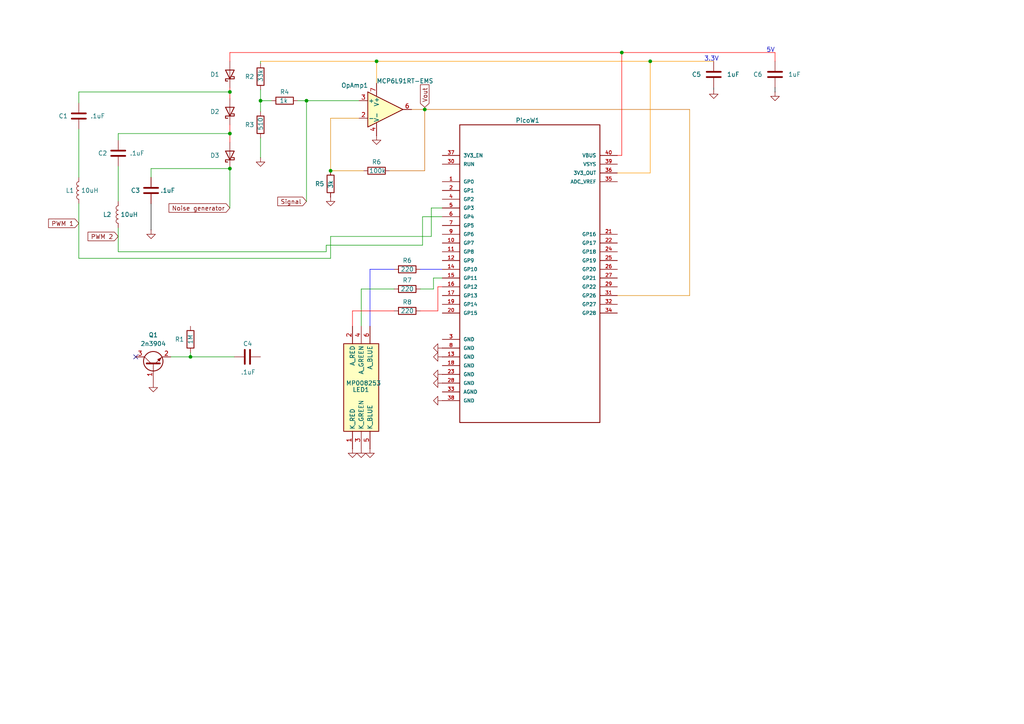
<source format=kicad_sch>
(kicad_sch (version 20231120) (generator "eeschema") (generator_version "8.0")
  (paper "A4")
  (lib_symbols
    (symbol "Amplifier_Operational:MCP6L91RT-EMS" (pin_names (offset 0.127))
      (property "Reference" "U" (at 0 6.35 0))
      (property "Value" "MCP6L91RT-EMS" (at 0 3.81 0))
      (symbol "MCP6L91RT-EMS_0_1"
        (polyline (pts (xy -5.08 5.08) (xy 5.08 0) (xy -5.08 -5.08) (xy -5.08 5.08)) (stroke (width 0.254)) (fill (type background)))
      )
      (symbol "MCP6L91RT-EMS_1_1"
        (pin no_connect line (at -2.54 2.54 270) (length 2.54) hide (name "NC") (number "1"))
        (pin input line (at -7.62 -2.54 0) (length 2.54) (name "-") (number "2"))
        (pin input line (at -7.62 2.54 0) (length 2.54) (name "+") (number "3"))
        (pin power_in line (at -2.54 -7.62 90) (length 3.81) (name "V-") (number "4"))
        (pin no_connect line (at 0 2.54 270) (length 2.54) hide (name "NC") (number "5"))
        (pin output line (at 7.62 0 180) (length 2.54) (name "~") (number "6"))
        (pin power_in line (at -2.54 7.62 270) (length 3.81) (name "V+") (number "7"))
        (pin no_connect line (at 0 -2.54 90) (length 2.54) hide (name "NC") (number "8"))
      )
    )
    (symbol "Device:C" (pin_numbers hide) (pin_names (offset 0.254))
      (property "Reference" "C" (at 0.635 2.54 0))
      (property "Value" "C" (at 0.635 -2.54 0))
      (symbol "C_0_1"
        (polyline (pts (xy -2.032 -0.762) (xy 2.032 -0.762)) (stroke (width 0.508)))
        (polyline (pts (xy -2.032 0.762) (xy 2.032 0.762)) (stroke (width 0.508)))
      )
      (symbol "C_1_1"
        (pin passive line (at 0 3.81 270) (length 2.794) (name "~") (number "1"))
        (pin passive line (at 0 -3.81 90) (length 2.794) (name "~") (number "2"))
      )
    )
    (symbol "Device:D_Schottky" (pin_numbers hide) (pin_names (offset 1.016) hide)
      (property "Reference" "D" (at 0 2.54 0))
      (property "Value" "D_Schottky" (at 0 -2.54 0))
      (symbol "D_Schottky_0_1"
        (polyline (pts (xy 1.27 0) (xy -1.27 0)))
        (polyline (pts (xy 1.27 1.27) (xy 1.27 -1.27) (xy -1.27 0) (xy 1.27 1.27)) (stroke (width 0.254)))
        (polyline (pts (xy -1.905 0.635) (xy -1.905 1.27) (xy -1.27 1.27) (xy -1.27 -1.27) (xy -0.635 -1.27) (xy -0.635 -0.635)) (stroke (width 0.254)))
      )
      (symbol "D_Schottky_1_1"
        (pin passive line (at -3.81 0 0) (length 2.54) (name "K") (number "1"))
        (pin passive line (at 3.81 0 180) (length 2.54) (name "A") (number "2"))
      )
    )
    (symbol "Device:L" (pin_numbers hide) (pin_names (offset 1.016) hide)
      (property "Reference" "L" (at -1.27 0 90))
      (property "Value" "L" (at 1.905 0 90))
      (symbol "L_0_1"
        (arc (start 0 -2.54) (mid 0.6323 -1.905) (end 0 -1.27))
        (arc (start 0 -1.27) (mid 0.6323 -0.635) (end 0 0))
        (arc (start 0 0) (mid 0.6323 0.635) (end 0 1.27))
        (arc (start 0 1.27) (mid 0.6323 1.905) (end 0 2.54))
      )
      (symbol "L_1_1"
        (pin passive line (at 0 3.81 270) (length 1.27) (name "1") (number "1"))
        (pin passive line (at 0 -3.81 90) (length 1.27) (name "2") (number "2"))
      )
    )
    (symbol "Device:R" (pin_numbers hide) (pin_names (offset 0))
      (property "Reference" "R" (at 2.032 0 90))
      (property "Value" "R" (at 0 0 90))
      (symbol "R_0_1"
        (rectangle (start -1.016 -2.54) (end 1.016 2.54) (stroke (width 0.254)))
      )
      (symbol "R_1_1"
        (pin passive line (at 0 3.81 270) (length 1.27) (name "~") (number "1"))
        (pin passive line (at 0 -3.81 90) (length 1.27) (name "~") (number "2"))
      )
    )
    (symbol "GND_1" (power) (pin_numbers hide) (pin_names (offset 0) hide)
      (property "Value" "GND" (at 0 -3.81 0))
      (symbol "GND_1_0_1"
        (polyline (pts (xy 0 0) (xy 0 -1.27) (xy 1.27 -1.27) (xy 0 -2.54) (xy -1.27 -1.27) (xy 0 -1.27)))
      )
      (symbol "GND_1_1_1"
        (pin power_in line (at 0 0 270) (length 0) (name "~") (number "1"))
      )
    )
    (symbol "MP008253:MP008253"
      (property "Reference" "LED" (at 31.75 7.62 0))
      (property "Value" "MP008253" (at 31.75 5.08 0))
      (symbol "MP008253_1_1"
        (rectangle (start 5.08 2.54) (end 30.48 -7.62) (stroke (width 0.254)) (fill (type background)))
        (pin passive line (at 0 0 0) (length 5.08) (name "K_RED") (number "1"))
        (pin passive line (at 35.56 0 180) (length 5.08) (name "A_RED") (number "2"))
        (pin passive line (at 0 -2.54 0) (length 5.08) (name "K_GREEN") (number "3"))
        (pin passive line (at 35.56 -2.54 180) (length 5.08) (name "A_GREEN") (number "4"))
        (pin passive line (at 0 -5.08 0) (length 5.08) (name "K_BLUE") (number "5"))
        (pin passive line (at 35.56 -5.08 180) (length 5.08) (name "A_BLUE") (number "6"))
      )
    )
    (symbol "Pico W:SC0918" (pin_names (offset 1.016))
      (property "Reference" "A1" (at 0 58.42 0))
      (property "Value" "SC0918" (at 0 55.88 0))
      (property "Footprint" "Raspberry Pi:MODULE_SC0918" (at -12.7 -46.99 0))
      (property "manufacturer" "Raspberry Pi" (at 0 53.34 0))
      (symbol "SC0918_0_0"
        (rectangle (start -20.32 -43.18) (end 20.32 43.18) (stroke (width 0.254)))
        (pin bidirectional line (at -25.4 26.67 0) (length 5.08) (name "GP0") (number "1"))
        (pin bidirectional line (at -25.4 8.89 0) (length 5.08) (name "GP7") (number "10"))
        (pin bidirectional line (at -25.4 6.35 0) (length 5.08) (name "GP8") (number "11"))
        (pin bidirectional line (at -25.4 3.81 0) (length 5.08) (name "GP9") (number "12"))
        (pin power_in line (at -25.4 -24.13 0) (length 5.08) (name "GND") (number "13"))
        (pin bidirectional line (at -25.4 1.27 0) (length 5.08) (name "GP10") (number "14"))
        (pin bidirectional line (at -25.4 -1.27 0) (length 5.08) (name "GP11") (number "15"))
        (pin bidirectional line (at -25.4 -3.81 0) (length 5.08) (name "GP12") (number "16"))
        (pin bidirectional line (at -25.4 -6.35 0) (length 5.08) (name "GP13") (number "17"))
        (pin power_in line (at -25.4 -26.67 0) (length 5.08) (name "GND") (number "18"))
        (pin bidirectional line (at -25.4 -8.89 0) (length 5.08) (name "GP14") (number "19"))
        (pin bidirectional line (at -25.4 24.13 0) (length 5.08) (name "GP1") (number "2"))
        (pin bidirectional line (at -25.4 -11.43 0) (length 5.08) (name "GP15") (number "20"))
        (pin bidirectional line (at 25.4 11.43 180) (length 5.08) (name "GP16") (number "21"))
        (pin bidirectional line (at 25.4 8.89 180) (length 5.08) (name "GP17") (number "22"))
        (pin power_in line (at -25.4 -29.21 0) (length 5.08) (name "GND") (number "23"))
        (pin bidirectional line (at 25.4 6.35 180) (length 5.08) (name "GP18") (number "24"))
        (pin bidirectional line (at 25.4 3.81 180) (length 5.08) (name "GP19") (number "25"))
        (pin bidirectional line (at 25.4 1.27 180) (length 5.08) (name "GP20") (number "26"))
        (pin bidirectional line (at 25.4 -1.27 180) (length 5.08) (name "GP21") (number "27"))
        (pin power_in line (at -25.4 -31.75 0) (length 5.08) (name "GND") (number "28"))
        (pin bidirectional line (at 25.4 -3.81 180) (length 5.08) (name "GP22") (number "29"))
        (pin power_in line (at -25.4 -19.05 0) (length 5.08) (name "GND") (number "3"))
        (pin input line (at -25.4 31.75 0) (length 5.08) (name "RUN") (number "30"))
        (pin bidirectional line (at 25.4 -6.35 180) (length 5.08) (name "GP26") (number "31"))
        (pin bidirectional line (at 25.4 -8.89 180) (length 5.08) (name "GP27") (number "32"))
        (pin power_in line (at -25.4 -34.29 0) (length 5.08) (name "AGND") (number "33"))
        (pin bidirectional line (at 25.4 -11.43 180) (length 5.08) (name "GP28") (number "34"))
        (pin power_in line (at 25.4 26.67 180) (length 5.08) (name "ADC_VREF") (number "35"))
        (pin power_in line (at 25.4 29.21 180) (length 5.08) (name "3V3_OUT") (number "36"))
        (pin input line (at -25.4 34.29 0) (length 5.08) (name "3V3_EN") (number "37"))
        (pin power_in line (at -25.4 -36.83 0) (length 5.08) (name "GND") (number "38"))
        (pin free line (at 25.4 31.75 180) (length 5.08) (name "VSYS") (number "39"))
        (pin bidirectional line (at -25.4 21.59 0) (length 5.08) (name "GP2") (number "4"))
        (pin free line (at 25.4 34.29 180) (length 5.08) (name "VBUS") (number "40"))
        (pin bidirectional line (at -25.4 19.05 0) (length 5.08) (name "GP3") (number "5"))
        (pin bidirectional line (at -25.4 16.51 0) (length 5.08) (name "GP4") (number "6"))
        (pin bidirectional line (at -25.4 13.97 0) (length 5.08) (name "GP5") (number "7"))
        (pin power_in line (at -25.4 -21.59 0) (length 5.08) (name "GND") (number "8"))
        (pin bidirectional line (at -25.4 11.43 0) (length 5.08) (name "GP6") (number "9"))
      )
    )
    (symbol "Transistor_BJT:MMBTA44" (pin_names (offset 0) hide)
      (property "Reference" "Q" (at 5.08 1.905 0))
      (property "Value" "MMBTA44" (at 5.08 0 0))
      (symbol "MMBTA44_0_1"
        (polyline (pts (xy 0 0) (xy 0.635 0)))
        (polyline (pts (xy 0.635 0.635) (xy 2.54 2.54)))
        (polyline (pts (xy 0.635 -0.635) (xy 2.54 -2.54) (xy 2.54 -2.54)))
        (polyline (pts (xy 0.635 1.905) (xy 0.635 -1.905) (xy 0.635 -1.905)) (stroke (width 0.508)))
        (polyline (pts (xy 1.27 -1.778) (xy 1.778 -1.27) (xy 2.286 -2.286) (xy 1.27 -1.778) (xy 1.27 -1.778)) (fill (type outline)))
        (circle (center 1.27 0) (radius 2.8194) (stroke (width 0.254)))
      )
      (symbol "MMBTA44_1_1"
        (pin input line (at -5.08 0 0) (length 5.08) (name "B") (number "1"))
        (pin passive line (at 2.54 -5.08 90) (length 2.54) (name "E") (number "2"))
        (pin passive line (at 2.54 5.08 270) (length 2.54) (name "C") (number "3"))
      )
    )
    (symbol "power:GND" (power) (pin_numbers hide) (pin_names (offset 0) hide)
      (property "Value" "GND" (at 0 -3.81 0))
      (symbol "GND_0_1"
        (polyline (pts (xy 0 0) (xy 0 -1.27) (xy 1.27 -1.27) (xy 0 -2.54) (xy -1.27 -1.27) (xy 0 -1.27)))
      )
      (symbol "GND_1_1"
        (pin power_in line (at 0 0 270) (length 0) (name "~") (number "1"))
      )
    )
  )
  (junction (at 55.245 103.505))
  (junction (at 66.675 26.67))
  (junction (at 95.885 49.53))
  (junction (at 66.675 38.735))
  (junction (at 88.9 29.21))
  (junction (at 188.595 17.78))
  (junction (at 180.34 15.24))
  (junction (at 123.19 31.75))
  (junction (at 66.675 48.895))
  (junction (at 109.22 17.78))
  (junction (at 75.565 29.21))
  (no_connect (at 39.37 103.505))
  (wire (pts (xy 66.675 48.895) (xy 66.675 60.325)))
  (wire (pts (xy 43.815 66.675) (xy 43.815 59.055)) (stroke (width 0) (color 0 0 0 1)))
  (wire (pts (xy 179.07 85.725) (xy 200.025 85.725)) (stroke (width 0) (color 221 133 0 1)))
  (wire (pts (xy 66.675 15.24) (xy 66.675 17.78)) (stroke (width 0) (color 255 0 0 1)))
  (wire (pts (xy 34.29 66.04) (xy 34.29 73.025)))
  (wire (pts (xy 180.34 15.24) (xy 180.34 45.085)) (stroke (width 0) (color 255 0 0 1)))
  (wire (pts (xy 125.095 68.58) (xy 125.095 60.325)))
  (wire (pts (xy 123.19 31.75) (xy 123.19 49.53)) (stroke (width 0) (color 204 102 0 1)))
  (wire (pts (xy 127 90.17) (xy 127 83.185)) (stroke (width 0) (color 255 0 0 1)))
  (wire (pts (xy 75.565 17.78) (xy 109.22 17.78)) (stroke (width 0) (color 255 153 0 1)))
  (wire (pts (xy 122.555 71.12) (xy 122.555 62.865)))
  (wire (pts (xy 34.29 38.735) (xy 66.675 38.735)))
  (wire (pts (xy 43.815 48.895) (xy 66.675 48.895)))
  (wire (pts (xy 104.775 83.82) (xy 114.3 83.82)))
  (wire (pts (xy 66.675 38.735) (xy 66.675 41.275)) (stroke (width 0) (color 255 0 0 1)))
  (wire (pts (xy 224.79 17.78) (xy 224.79 15.24)) (stroke (width 0) (color 255 0 0 1)))
  (wire (pts (xy 122.555 62.865) (xy 128.27 62.865)))
  (wire (pts (xy 75.565 40.005) (xy 75.565 45.72)))
  (wire (pts (xy 179.07 50.165) (xy 188.595 50.165)) (stroke (width 0) (color 255 153 0 1)))
  (wire (pts (xy 75.565 29.21) (xy 78.74 29.21)))
  (wire (pts (xy 66.675 36.195) (xy 66.675 38.735)) (stroke (width 0) (color 255 0 0 1)))
  (wire (pts (xy 22.86 37.465) (xy 22.86 51.435)))
  (wire (pts (xy 109.22 17.78) (xy 109.22 24.13)) (stroke (width 0) (color 255 153 0 1)))
  (wire (pts (xy 180.34 15.24) (xy 224.79 15.24)) (stroke (width 0) (color 255 0 0 1)))
  (wire (pts (xy 34.29 48.26) (xy 34.29 58.42)))
  (wire (pts (xy 95.885 74.93) (xy 22.86 74.93)))
  (wire (pts (xy 43.815 48.895) (xy 43.815 51.435)))
  (wire (pts (xy 86.36 29.21) (xy 88.9 29.21)))
  (wire (pts (xy 121.92 78.105) (xy 128.27 78.105)) (stroke (width 0) (color 0 0 255 1)))
  (wire (pts (xy 207.01 25.4) (xy 207.01 26.035)) (stroke (width 0) (color 0 0 0 1)))
  (wire (pts (xy 88.9 29.21) (xy 104.14 29.21)))
  (wire (pts (xy 224.79 25.4) (xy 224.79 26.67)) (stroke (width 0) (color 0 0 0 1)))
  (wire (pts (xy 22.86 26.67) (xy 66.675 26.67)))
  (wire (pts (xy 22.86 74.93) (xy 22.86 59.055)))
  (wire (pts (xy 75.565 26.035) (xy 75.565 29.21)))
  (wire (pts (xy 200.025 85.725) (xy 200.025 31.75)) (stroke (width 0) (color 221 133 0 1)))
  (wire (pts (xy 109.22 17.78) (xy 188.595 17.78)) (stroke (width 0) (color 255 153 0 1)))
  (wire (pts (xy 66.675 15.24) (xy 180.34 15.24)) (stroke (width 0) (color 255 0 0 1)))
  (wire (pts (xy 95.885 68.58) (xy 125.095 68.58)))
  (wire (pts (xy 55.245 102.235) (xy 55.245 103.505)))
  (wire (pts (xy 66.675 26.67) (xy 66.675 25.4)) (stroke (width 0) (color 255 0 0 1)))
  (wire (pts (xy 207.01 17.78) (xy 188.595 17.78)) (stroke (width 0) (color 255 153 0 1)))
  (wire (pts (xy 66.675 28.575) (xy 66.675 26.67)) (stroke (width 0) (color 255 0 0 1)))
  (wire (pts (xy 125.73 83.82) (xy 125.73 80.645)))
  (wire (pts (xy 188.595 50.165) (xy 188.595 17.78)) (stroke (width 0) (color 255 153 0 1)))
  (wire (pts (xy 102.235 90.17) (xy 102.235 94.615)) (stroke (width 0) (color 255 0 0 1)))
  (wire (pts (xy 102.235 90.17) (xy 114.3 90.17)) (stroke (width 0) (color 255 0 0 1)))
  (wire (pts (xy 88.9 29.21) (xy 88.9 58.42)))
  (wire (pts (xy 123.19 31.115) (xy 123.19 31.75)) (stroke (width 0) (color 204 102 0 1)))
  (wire (pts (xy 123.19 31.75) (xy 200.025 31.75)) (stroke (width 0) (color 204 102 0 1)))
  (wire (pts (xy 125.095 60.325) (xy 128.27 60.325)))
  (wire (pts (xy 127 83.185) (xy 128.27 83.185)) (stroke (width 0) (color 255 0 0 1)))
  (wire (pts (xy 94.615 71.12) (xy 94.615 73.025)))
  (wire (pts (xy 95.885 49.53) (xy 105.41 49.53)) (stroke (width 0) (color 221 133 0 1)))
  (wire (pts (xy 121.92 90.17) (xy 127 90.17)) (stroke (width 0) (color 255 0 0 1)))
  (wire (pts (xy 55.245 103.505) (xy 67.945 103.505)))
  (wire (pts (xy 75.565 18.415) (xy 75.565 17.78)))
  (wire (pts (xy 94.615 71.12) (xy 122.555 71.12)))
  (wire (pts (xy 104.14 34.29) (xy 95.885 34.29)) (stroke (width 0) (color 221 133 0 1)))
  (wire (pts (xy 95.885 68.58) (xy 95.885 74.93)))
  (wire (pts (xy 121.92 83.82) (xy 125.73 83.82)))
  (wire (pts (xy 75.565 32.385) (xy 75.565 29.21)))
  (wire (pts (xy 34.29 38.735) (xy 34.29 40.64)))
  (wire (pts (xy 123.19 49.53) (xy 113.03 49.53)) (stroke (width 0) (color 204 102 0 1)))
  (wire (pts (xy 107.315 78.105) (xy 107.315 94.615)) (stroke (width 0) (color 0 0 255 1)))
  (wire (pts (xy 22.86 29.845) (xy 22.86 26.67)))
  (wire (pts (xy 179.07 45.085) (xy 180.34 45.085)) (stroke (width 0) (color 255 0 0 1)))
  (wire (pts (xy 107.315 78.105) (xy 114.3 78.105)) (stroke (width 0) (color 0 0 255 1)))
  (wire (pts (xy 125.73 80.645) (xy 128.27 80.645)))
  (wire (pts (xy 49.53 103.505) (xy 55.245 103.505)))
  (wire (pts (xy 104.775 83.82) (xy 104.775 94.615)))
  (wire (pts (xy 119.38 31.75) (xy 123.19 31.75)) (stroke (width 0) (color 204 102 0 1)))
  (wire (pts (xy 95.885 34.29) (xy 95.885 49.53)) (stroke (width 0) (color 221 133 0 1)))
  (wire (pts (xy 34.29 73.025) (xy 94.615 73.025)))
  (text "3.3V\n" (at 206.375 17.145 0) (effects (font (size 1.27 1.27))))
  (text "5V\n" (at 223.52 14.605 0) (effects (font (size 1.27 1.27))))
  (global_label "PWM 2" (shape input) (at 34.29 68.58 180) (property "Intersheetrefs" "${INTERSHEET_REFS}" (effects (hide yes))))
  (global_label "Signal" (shape input) (at 88.9 58.42 180) (property "Intersheetrefs" "${INTERSHEET_REFS}" (effects (hide yes))))
  (global_label "Vout" (shape input) (at 123.19 31.115 90) (property "Intersheetrefs" "${INTERSHEET_REFS}" (effects (hide yes))))
  (global_label "PWM 1" (shape input) (at 22.86 64.77 180) (property "Intersheetrefs" "${INTERSHEET_REFS}" (effects (hide yes))))
  (global_label "Noise generator" (shape input) (at 66.675 60.325 180) (property "Intersheetrefs" "${INTERSHEET_REFS}" (effects (hide yes))))
  (symbol (lib_id "Device:R") (at 118.11 90.17 270) (unit 1)
    (property "Reference" "R8" (at 118.11 87.63 90))
    (property "Value" "220" (at 118.11 90.17 90))
    (property "Footprint" "Resistor_SMD:R_1206_3216Metric" (effects (hide yes)))
    (property "Description" "Resistor" (effects (hide yes)))
  )
  (symbol (lib_id "Device:R") (at 82.55 29.21 270) (unit 1)
    (property "Reference" "R4" (at 82.55 26.67 90))
    (property "Value" "1k" (at 82.296 29.21 90))
    (property "Footprint" "Resistor_SMD:R_1206_3216Metric" (effects (hide yes)))
    (property "Description" "Resistor" (effects (hide yes)))
  )
  (symbol (lib_id "Device:L") (at 22.86 55.245 180) (unit 1)
    (property "Reference" "L1" (at 19.05 55.245 0) (effects (justify right)))
    (property "Value" "10uH" (at 23.495 55.245 0) (effects (justify right)))
    (property "Footprint" "Inductor_SMD:L_Coilcraft_LPS4414" (effects (hide yes)))
    (property "Description" "Inductor" (effects (hide yes)))
  )
  (symbol (lib_id "power:GND") (at 95.885 57.15 0) (unit 1)
    (property "Reference" "#PWR02" (effects (hide yes)))
    (property "Value" "GND_28" (effects (hide yes)))
    (property "Description" "Power symbol creates a global label with name \"GND\" , ground" (effects (hide yes)))
  )
  (symbol (lib_id "Device:C") (at 224.79 21.59 180) (unit 1)
    (property "Reference" "C6" (at 218.44 21.59 0) (effects (justify right)))
    (property "Value" "1uF" (at 228.6 21.59 0) (effects (justify right)))
    (property "Footprint" "Capacitor_SMD:C_1206_3216Metric_Pad1.33x1.80mm_HandSolder" (effects (hide yes)))
    (property "Description" "Unpolarized capacitor" (effects (hide yes)))
  )
  (symbol (lib_name "GND_1") (lib_id "power:GND") (at 128.27 103.505 270) (unit 1)
    (property "Reference" "#PWR012" (effects (hide yes)))
    (property "Value" "GND_13" (effects (hide yes)))
    (property "Description" "Power symbol creates a global label with name \"GND\" , ground" (effects (hide yes)))
  )
  (symbol (lib_name "GND_1") (lib_id "power:GND") (at 207.01 26.035 0) (unit 1)
    (property "Reference" "#PWR011" (effects (hide yes)))
    (property "Value" "GND_38" (effects (hide yes)))
    (property "Description" "Power symbol creates a global label with name \"GND\" , ground" (effects (hide yes)))
  )
  (symbol (lib_id "power:GND") (at 109.22 39.37 0) (unit 1)
    (property "Reference" "#PWR016" (effects (hide yes)))
    (property "Value" "GND_28" (effects (hide yes)))
    (property "Description" "Power symbol creates a global label with name \"GND\" , ground" (effects (hide yes)))
  )
  (symbol (lib_id "Device:R") (at 109.22 49.53 90) (unit 1)
    (property "Reference" "R6" (at 109.22 46.99 90))
    (property "Value" "100k" (at 109.474 49.53 90))
    (property "Footprint" "Resistor_SMD:R_1206_3216Metric" (effects (hide yes)))
    (property "Description" "Resistor" (effects (hide yes)))
  )
  (symbol (lib_id "power:GND") (at 128.27 111.125 270) (unit 1)
    (property "Reference" "#PWR015" (effects (hide yes)))
    (property "Value" "GND_28" (effects (hide yes)))
    (property "Description" "Power symbol creates a global label with name \"GND\" , ground" (effects (hide yes)))
  )
  (symbol (lib_name "GND_1") (lib_id "power:GND") (at 107.315 130.175 0) (unit 1)
    (property "Reference" "#PWR010" (effects (hide yes)))
    (property "Value" "GND_23" (effects (hide yes)))
    (property "Description" "Power symbol creates a global label with name \"GND\" , ground" (effects (hide yes)))
  )
  (symbol (lib_id "Device:L") (at 34.29 62.23 180) (unit 1)
    (property "Reference" "L2" (at 29.845 62.23 0) (effects (justify right)))
    (property "Value" "10uH" (at 34.925 62.23 0) (effects (justify right)))
    (property "Footprint" "Inductor_SMD:L_Coilcraft_LPS4414" (effects (hide yes)))
    (property "Description" "Inductor" (effects (hide yes)))
  )
  (symbol (lib_id "Device:R") (at 118.11 83.82 270) (unit 1)
    (property "Reference" "R7" (at 118.11 81.28 90))
    (property "Value" "220" (at 118.11 83.82 90))
    (property "Footprint" "Resistor_SMD:R_1206_3216Metric" (effects (hide yes)))
    (property "Description" "Resistor" (effects (hide yes)))
  )
  (symbol (lib_id "Transistor_BJT:MMBTA44") (at 44.45 106.045 90) (unit 1)
    (property "Reference" "Q1" (at 44.45 97.155 90))
    (property "Value" "2n3904" (at 44.45 99.695 90))
    (property "Footprint" "Package_TO_SOT_SMD:SOT-23" (effects (hide yes)))
    (property "Datasheet" "https://diotec.com/request/datasheet/mmbta42.pdf" (effects (hide yes)))
    (property "Description" "0.3A Ic, 400V Vce, NPN High Voltage Transistor, SOT-23" (effects (hide yes)))
  )
  (symbol (lib_id "Pico W:SC0918") (at 153.67 79.375 0) (unit 1)
    (property "Reference" "PicoW1" (at 153.035 34.925 0))
    (property "Value" "SC0918" (effects (hide yes)))
    (property "Footprint" "Pico W:MODULE_SC0918" (effects (hide yes)))
    (property "Datasheet" "https://datasheets.raspberrypi.com/picow/pico-w-datasheet.pdf" (effects (hide yes)))
    (property "manufacturer" "Raspberry Pi" (effects (hide yes)))
    (property "P/N" "SC0918" (effects (hide yes)))
    (property "PARTREV" "1.6" (effects (hide yes)))
    (property "MAXIMUM_PACKAGE_HEIGHT" "3.73mm" (effects (hide yes)))
  )
  (symbol (lib_id "Device:R") (at 118.11 78.105 270) (unit 1)
    (property "Reference" "R6" (at 118.11 75.565 90))
    (property "Value" "220" (at 118.11 78.105 90))
    (property "Footprint" "Resistor_SMD:R_1206_3216Metric" (effects (hide yes)))
    (property "Description" "Resistor" (effects (hide yes)))
  )
  (symbol (lib_id "Device:C") (at 34.29 44.45 0) (unit 1)
    (property "Reference" "C2" (at 31.115 44.45 0) (effects (justify right)))
    (property "Value" ".1uF" (at 41.91 44.45 0) (effects (justify right)))
    (property "Footprint" "Capacitor_SMD:C_1206_3216Metric_Pad1.33x1.80mm_HandSolder" (effects (hide yes)))
    (property "Description" "Unpolarized capacitor" (effects (hide yes)))
  )
  (symbol (lib_id "Device:R") (at 95.885 53.34 180) (unit 1)
    (property "Reference" "R5" (at 92.71 53.34 0))
    (property "Value" "3k" (at 95.885 53.467 90))
    (property "Footprint" "Resistor_SMD:R_1206_3216Metric" (effects (hide yes)))
    (property "Description" "Resistor" (effects (hide yes)))
  )
  (symbol (lib_id "Device:R") (at 75.565 36.195 0) (mirror x) (unit 1)
    (property "Reference" "R3" (at 72.39 36.195 0))
    (property "Value" "510" (at 75.565 35.941 90))
    (property "Footprint" "Resistor_SMD:R_1206_3216Metric" (effects (hide yes)))
    (property "Description" "Resistor" (effects (hide yes)))
  )
  (symbol (lib_id "Device:C") (at 207.01 21.59 180) (unit 1)
    (property "Reference" "C5" (at 200.66 21.59 0) (effects (justify right)))
    (property "Value" "1uF" (at 210.82 21.59 0) (effects (justify right)))
    (property "Footprint" "Capacitor_SMD:C_1206_3216Metric_Pad1.33x1.80mm_HandSolder" (effects (hide yes)))
    (property "Description" "Unpolarized capacitor" (effects (hide yes)))
  )
  (symbol (lib_name "GND_1") (lib_id "power:GND") (at 128.27 100.965 270) (unit 1)
    (property "Reference" "#PWR06" (effects (hide yes)))
    (property "Value" "GND_8" (effects (hide yes)))
    (property "Description" "Power symbol creates a global label with name \"GND\" , ground" (effects (hide yes)))
  )
  (symbol (lib_name "GND_1") (lib_id "power:GND") (at 102.235 130.175 0) (unit 1)
    (property "Reference" "#PWR07" (effects (hide yes)))
    (property "Value" "GND_23" (effects (hide yes)))
    (property "Description" "Power symbol creates a global label with name \"GND\" , ground" (effects (hide yes)))
  )
  (symbol (lib_name "GND_1") (lib_id "power:GND") (at 43.815 66.675 0) (unit 1)
    (property "Reference" "#PWR08" (effects (hide yes)))
    (property "Value" "GND_8" (effects (hide yes)))
    (property "Description" "Power symbol creates a global label with name \"GND\" , ground" (effects (hide yes)))
  )
  (symbol (lib_id "Device:C") (at 22.86 33.655 0) (unit 1)
    (property "Reference" "C1" (at 19.685 33.655 0) (effects (justify right)))
    (property "Value" ".1uF" (at 30.48 33.655 0) (effects (justify right)))
    (property "Footprint" "Capacitor_SMD:C_1206_3216Metric_Pad1.33x1.80mm_HandSolder" (effects (hide yes)))
    (property "Description" "Unpolarized capacitor" (effects (hide yes)))
  )
  (symbol (lib_id "Device:D_Schottky") (at 66.675 32.385 90) (unit 1)
    (property "Reference" "D2" (at 60.96 32.385 90) (effects (justify right)))
    (property "Value" "D_Schottky" (effects (hide yes)))
    (property "Footprint" "MBRS1100T3G:SMB_403A-03_ONS" (effects (hide yes)))
    (property "Description" "Schottky diode" (effects (hide yes)))
  )
  (symbol (lib_id "Device:D_Schottky") (at 66.675 45.085 90) (unit 1)
    (property "Reference" "D3" (at 60.96 45.085 90) (effects (justify right)))
    (property "Value" "D_Schottky" (effects (hide yes)))
    (property "Footprint" "MBRS1100T3G:SMB_403A-03_ONS" (effects (hide yes)))
    (property "Description" "Schottky diode" (effects (hide yes)))
  )
  (symbol (lib_id "power:GND") (at 75.565 45.72 0) (unit 1)
    (property "Reference" "#PWR04" (effects (hide yes)))
    (property "Value" "GND_28" (effects (hide yes)))
    (property "Description" "Power symbol creates a global label with name \"GND\" , ground" (effects (hide yes)))
  )
  (symbol (lib_name "GND_1") (lib_id "power:GND") (at 128.27 116.205 270) (unit 1)
    (property "Reference" "#PWR03" (effects (hide yes)))
    (property "Value" "GND_38" (effects (hide yes)))
    (property "Description" "Power symbol creates a global label with name \"GND\" , ground" (effects (hide yes)))
  )
  (symbol (lib_id "Amplifier_Operational:MCP6L91RT-EMS") (at 111.76 31.75 0) (unit 1)
    (property "Reference" "OpAmp1" (at 102.87 24.765 0))
    (property "Value" "MCP6L91RT-EMS" (at 117.475 23.495 0))
    (property "Footprint" "op_amp_MCP6291-E/MS:MSOP8_MC_MCH" (effects (hide yes)))
    (property "Datasheet" "http://ww1.microchip.com/downloads/en/DeviceDoc/22141b.pdf" (effects (hide yes)))
    (property "Description" "10 MHz, 850 µA Op Amps, MSOP-8" (effects (hide yes)))
  )
  (symbol (lib_id "Device:R") (at 55.245 98.425 0) (mirror x) (unit 1)
    (property "Reference" "R1" (at 52.07 98.425 0))
    (property "Value" "1M" (at 55.245 98.425 90))
    (property "Footprint" "Resistor_SMD:R_1206_3216Metric" (effects (hide yes)))
    (property "Description" "Resistor" (effects (hide yes)))
  )
  (symbol (lib_name "GND_1") (lib_id "power:GND") (at 104.775 130.175 0) (unit 1)
    (property "Reference" "#PWR09" (effects (hide yes)))
    (property "Value" "GND_23" (effects (hide yes)))
    (property "Description" "Power symbol creates a global label with name \"GND\" , ground" (effects (hide yes)))
  )
  (symbol (lib_id "Device:R") (at 75.565 22.225 180) (unit 1)
    (property "Reference" "R2" (at 72.39 22.225 0))
    (property "Value" "33k" (at 75.565 21.971 90))
    (property "Footprint" "Resistor_SMD:R_1206_3216Metric" (effects (hide yes)))
    (property "Description" "Resistor" (effects (hide yes)))
  )
  (symbol (lib_name "GND_1") (lib_id "power:GND") (at 44.45 111.125 0) (unit 1)
    (property "Reference" "#PWR05" (effects (hide yes)))
    (property "Value" "GND_13" (effects (hide yes)))
    (property "Description" "Power symbol creates a global label with name \"GND\" , ground" (effects (hide yes)))
  )
  (symbol (lib_id "power:GND") (at 224.79 26.67 0) (unit 1)
    (property "Reference" "#PWR01" (effects (hide yes)))
    (property "Value" "GND_38" (effects (hide yes)))
    (property "Description" "Power symbol creates a global label with name \"GND\" , ground" (effects (hide yes)))
  )
  (symbol (lib_id "Device:C") (at 43.815 55.245 0) (unit 1)
    (property "Reference" "C3" (at 40.64 55.245 0) (effects (justify right)))
    (property "Value" ".1uF" (at 50.8 55.245 0) (effects (justify right)))
    (property "Footprint" "Capacitor_SMD:C_1206_3216Metric_Pad1.33x1.80mm_HandSolder" (effects (hide yes)))
    (property "Description" "Unpolarized capacitor" (effects (hide yes)))
  )
  (symbol (lib_id "Device:C") (at 71.755 103.505 90) (unit 1)
    (property "Reference" "C4" (at 70.485 99.695 90) (effects (justify right)))
    (property "Value" ".1uF" (at 69.85 107.95 90) (effects (justify right)))
    (property "Footprint" "Capacitor_SMD:C_1206_3216Metric_Pad1.33x1.80mm_HandSolder" (effects (hide yes)))
    (property "Description" "Unpolarized capacitor" (effects (hide yes)))
  )
  (symbol (lib_name "GND_1") (lib_id "power:GND") (at 128.27 108.585 270) (unit 1)
    (property "Reference" "#PWR014" (effects (hide yes)))
    (property "Value" "GND_23" (effects (hide yes)))
    (property "Description" "Power symbol creates a global label with name \"GND\" , ground" (effects (hide yes)))
  )
  (symbol (lib_id "MP008253:MP008253") (at 102.235 130.175 90) (unit 1)
    (property "Reference" "LED1" (at 102.235 113.03 90) (effects (justify right)))
    (property "Value" "MP008253" (at 100.33 111.125 90) (effects (justify right)))
    (property "Footprint" "MP008253:MP008253" (effects (hide yes)))
    (property "Description" "Chip LED, RGB, 5mm x 5mm, 120, 6-Pin, Surface Mount" (effects (hide yes)))
    (property "Height" "1.7" (effects (hide yes)))
    (property "Manufacturer_Name" "Multicomp Pro" (effects (hide yes)))
    (property "Manufacturer_Part_Number" "MP008253" (effects (hide yes)))
  )
  (symbol (lib_id "Device:D_Schottky") (at 66.675 21.59 90) (unit 1)
    (property "Reference" "D1" (at 60.96 21.59 90) (effects (justify right)))
    (property "Value" "D_Schottky" (effects (hide yes)))
    (property "Footprint" "MBRS1100T3G:SMB_403A-03_ONS" (effects (hide yes)))
    (property "Description" "Schottky diode" (effects (hide yes)))
  )
)
</source>
